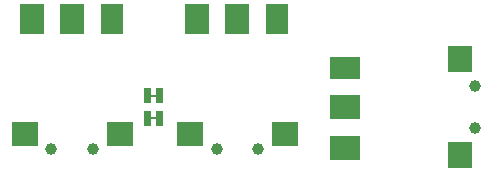
<source format=gbp>
G04 MADE WITH FRITZING*
G04 WWW.FRITZING.ORG*
G04 DOUBLE SIDED*
G04 HOLES PLATED*
G04 CONTOUR ON CENTER OF CONTOUR VECTOR*
%ASAXBY*%
%FSLAX23Y23*%
%MOIN*%
%OFA0B0*%
%SFA1.0B1.0*%
%ADD10C,0.039361*%
%ADD11R,0.088792X0.078736*%
%ADD12R,0.078750X0.098417*%
%ADD13R,0.088778X0.078736*%
%ADD14R,0.078208X0.098417*%
%ADD15R,0.078736X0.088792*%
%ADD16R,0.098417X0.078750*%
%ADD17R,0.078736X0.088778*%
%ADD18R,0.098417X0.078208*%
%ADD19C,0.008000*%
%ADD20R,0.001000X0.001000*%
%LNPASTEMASK0*%
G90*
G70*
G54D10*
X468Y87D03*
X328Y87D03*
X1740Y296D03*
X1740Y157D03*
X1018Y87D03*
X879Y87D03*
G54D11*
X240Y138D03*
G54D12*
X397Y521D03*
G54D13*
X557Y138D03*
G54D12*
X262Y521D03*
G54D14*
X530Y521D03*
G54D15*
X1689Y68D03*
G54D16*
X1307Y225D03*
G54D17*
X1689Y385D03*
G54D16*
X1307Y90D03*
G54D18*
X1307Y358D03*
G54D11*
X790Y138D03*
G54D12*
X947Y521D03*
G54D13*
X1108Y138D03*
G54D12*
X812Y521D03*
G54D14*
X1081Y521D03*
G54D19*
X654Y189D02*
X684Y189D01*
D02*
X654Y264D02*
X684Y264D01*
G36*
X636Y164D02*
X636Y214D01*
X661Y214D01*
X661Y164D01*
X636Y164D01*
G37*
D02*
G36*
X676Y164D02*
X676Y214D01*
X701Y214D01*
X701Y164D01*
X676Y164D01*
G37*
D02*
G36*
X636Y239D02*
X636Y289D01*
X661Y289D01*
X661Y239D01*
X636Y239D01*
G37*
D02*
G36*
X676Y239D02*
X676Y289D01*
X701Y289D01*
X701Y239D01*
X676Y239D01*
G37*
D02*
G54D20*
D02*
G04 End of PasteMask0*
M02*
</source>
